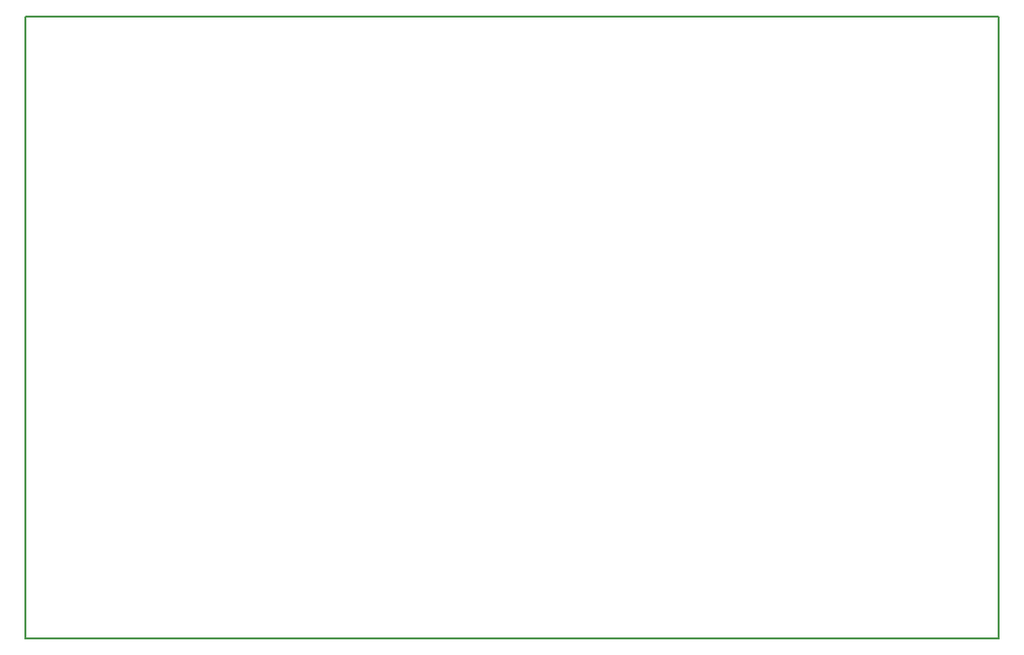
<source format=gbr>
G04 #@! TF.FileFunction,Profile,NP*
%FSLAX46Y46*%
G04 Gerber Fmt 4.6, Leading zero omitted, Abs format (unit mm)*
G04 Created by KiCad (PCBNEW 4.0.5) date 06/13/17 03:11:54*
%MOMM*%
%LPD*%
G01*
G04 APERTURE LIST*
%ADD10C,0.100000*%
%ADD11C,0.150000*%
G04 APERTURE END LIST*
D10*
D11*
X62230000Y-97155000D02*
X146685000Y-97155000D01*
X62230000Y-43180000D02*
X62230000Y-97155000D01*
X146685000Y-43180000D02*
X146685000Y-97155000D01*
X62230000Y-43180000D02*
X146685000Y-43180000D01*
M02*

</source>
